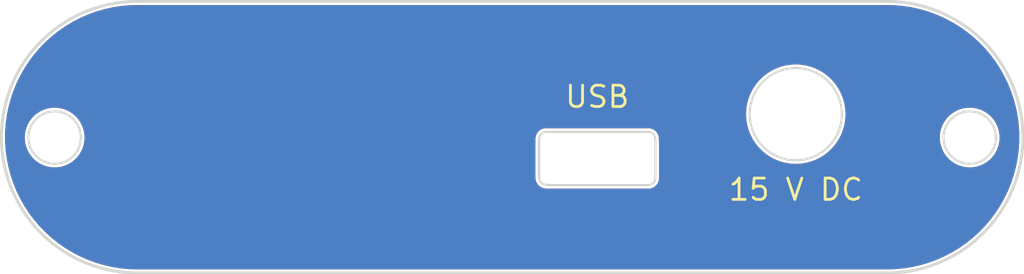
<source format=kicad_pcb>
(kicad_pcb (version 20211014) (generator pcbnew)

  (general
    (thickness 1.6)
  )

  (paper "A4")
  (layers
    (0 "F.Cu" signal)
    (31 "B.Cu" signal)
    (32 "B.Adhes" user "B.Adhesive")
    (33 "F.Adhes" user "F.Adhesive")
    (34 "B.Paste" user)
    (35 "F.Paste" user)
    (36 "B.SilkS" user "B.Silkscreen")
    (37 "F.SilkS" user "F.Silkscreen")
    (38 "B.Mask" user)
    (39 "F.Mask" user)
    (40 "Dwgs.User" user "User.Drawings")
    (41 "Cmts.User" user "User.Comments")
    (42 "Eco1.User" user "User.Eco1")
    (43 "Eco2.User" user "User.Eco2")
    (44 "Edge.Cuts" user)
    (45 "Margin" user)
    (46 "B.CrtYd" user "B.Courtyard")
    (47 "F.CrtYd" user "F.Courtyard")
    (48 "B.Fab" user)
    (49 "F.Fab" user)
  )

  (setup
    (pad_to_mask_clearance 0.0508)
    (solder_mask_min_width 0.25)
    (pcbplotparams
      (layerselection 0x003d0ff_ffffffff)
      (disableapertmacros false)
      (usegerberextensions true)
      (usegerberattributes false)
      (usegerberadvancedattributes false)
      (creategerberjobfile false)
      (svguseinch false)
      (svgprecision 6)
      (excludeedgelayer true)
      (plotframeref false)
      (viasonmask false)
      (mode 1)
      (useauxorigin false)
      (hpglpennumber 1)
      (hpglpenspeed 20)
      (hpglpendiameter 15.000000)
      (dxfpolygonmode true)
      (dxfimperialunits true)
      (dxfusepcbnewfont true)
      (psnegative false)
      (psa4output false)
      (plotreference true)
      (plotvalue true)
      (plotinvisibletext false)
      (sketchpadsonfab false)
      (subtractmaskfromsilk false)
      (outputformat 1)
      (mirror false)
      (drillshape 0)
      (scaleselection 1)
      (outputdirectory "gerber/")
    )
  )

  (net 0 "")

  (gr_arc (start 123.557 99.975) (mid 113.982 90.4) (end 123.557 80.825) (layer "Edge.Cuts") (width 0.2) (tstamp 00000000-0000-0000-0000-00005bbc2526))
  (gr_line (start 160.1 90.75) (end 160.1 93) (layer "Edge.Cuts") (width 0.15) (tstamp 00000000-0000-0000-0000-00005d1b7bf2))
  (gr_line (start 152.6 93.775) (end 159.6 93.775) (layer "Edge.Cuts") (width 0.15) (tstamp 00000000-0000-0000-0000-00005d1b7c10))
  (gr_arc (start 151.9 90.52) (mid 152.046447 90.166447) (end 152.4 90.02) (layer "Edge.Cuts") (width 0.15) (tstamp 00000000-0000-0000-0000-00005d1b811f))
  (gr_arc (start 152.4 93.76) (mid 152.046447 93.613553) (end 151.9 93.26) (layer "Edge.Cuts") (width 0.15) (tstamp 00000000-0000-0000-0000-00005d1b81a7))
  (gr_arc (start 160.1 93.275) (mid 159.953553 93.628553) (end 159.6 93.775) (layer "Edge.Cuts") (width 0.15) (tstamp 00000000-0000-0000-0000-00005d1b8210))
  (gr_line (start 151.9 93) (end 151.9 93.26) (layer "Edge.Cuts") (width 0.15) (tstamp 119deb29-00f9-411c-8f9f-4928572e676c))
  (gr_line (start 151.9 90.75) (end 151.9 90.52) (layer "Edge.Cuts") (width 0.15) (tstamp 125f5647-b269-4b77-8936-f72ad01b9b3c))
  (gr_arc (start 159.59 90.02) (mid 159.943553 90.166447) (end 160.09 90.52) (layer "Edge.Cuts") (width 0.15) (tstamp 3276a432-5498-4d51-b308-6e06abf95426))
  (gr_line (start 152.4 90.02) (end 152.6 90.025) (layer "Edge.Cuts") (width 0.15) (tstamp 37ea6988-1152-42f9-ba2a-fef566a5681d))
  (gr_line (start 160.09 90.52) (end 160.1 90.75) (layer "Edge.Cuts") (width 0.15) (tstamp 4e7c174c-9040-49ec-ac53-7d1436cee6db))
  (gr_line (start 176 99.975) (end 176.443 99.975) (layer "Edge.Cuts") (width 0.2) (tstamp 4fef1813-5c5a-47f6-b0b0-1a8118b32db4))
  (gr_circle (center 170 88.775) (end 173.25 88.775) (layer "Edge.Cuts") (width 0.15) (fill none) (tstamp 67cc4899-5d40-4242-8f09-bb9061b6606e))
  (gr_line (start 176 80.825) (end 124 80.825) (layer "Edge.Cuts") (width 0.2) (tstamp 694533d3-1494-4e2c-8859-6eff57d0c88b))
  (gr_line (start 124 99.975) (end 176 99.975) (layer "Edge.Cuts") (width 0.2) (tstamp 6e9468d8-1305-41f7-b461-59e392dba485))
  (gr_line (start 152.4 93.76) (end 152.6 93.775) (layer "Edge.Cuts") (width 0.15) (tstamp 8c127831-e446-4e76-9225-d8f0e778b0ea))
  (gr_line (start 159.4 90.025) (end 159.59 90.02) (layer "Edge.Cuts") (width 0.15) (tstamp 956d6d43-1b7f-4277-89e1-f7754ccc5268))
  (gr_line (start 176 80.825) (end 176.443 80.825) (layer "Edge.Cuts") (width 0.2) (tstamp a49aec75-b454-432a-8928-ba8a97250d96))
  (gr_line (start 123.557 99.975) (end 124 99.975) (layer "Edge.Cuts") (width 0.2) (tstamp af020dba-bad9-4857-805a-3b5993716bd8))
  (gr_circle (center 182.265 90.425) (end 184.115 90.425) (layer "Edge.Cuts") (width 0.15) (fill none) (tstamp b78ddcee-1128-428c-8887-2ebd47d075c6))
  (gr_line (start 160.1 93.275) (end 160.1 93) (layer "Edge.Cuts") (width 0.15) (tstamp cbb98733-9b9f-4e7f-8193-6266d19ad44e))
  (gr_arc (start 176.443 80.825) (mid 186.018 90.4) (end 176.443 99.975) (layer "Edge.Cuts") (width 0.2) (tstamp d5a12aca-5b17-4d90-bc01-19e2ff2461d0))
  (gr_line (start 152.6 90.025) (end 159.4 90.025) (layer "Edge.Cuts") (width 0.15) (tstamp d764c378-fd57-4fa8-a83a-e0db476d880a))
  (gr_line (start 151.9 90.75) (end 151.9 93) (layer "Edge.Cuts") (width 0.15) (tstamp df54ba5e-8e07-47c4-a4f9-90e8cd20c9d5))
  (gr_circle (center 117.735 90.425) (end 119.585 90.425) (layer "Edge.Cuts") (width 0.15) (fill none) (tstamp e3fa6b1c-e05d-4632-9e86-290aea20acca))
  (gr_line (start 123.557 80.825) (end 124 80.825) (layer "Edge.Cuts") (width 0.2) (tstamp fe52936c-3c44-49fa-b336-f1692e408dc5))
  (gr_text "15 V DC" (at 170 94.1) (layer "F.SilkS") (tstamp 00000000-0000-0000-0000-00005bc01188)
    (effects (font (size 1.5 1.5) (thickness 0.2)))
  )
  (gr_text "USB" (at 156 87.55) (layer "F.SilkS") (tstamp 9d6cabfb-34af-4ee8-bce9-4ca1439a34c4)
    (effects (font (size 1.5 1.5) (thickness 0.2)))
  )
  (gr_text "CUT\nOUT" (at 182.2 90.4) (layer "F.Fab") (tstamp 00000000-0000-0000-0000-00005bc8f8b7)
    (effects (font (size 0.7 0.7) (thickness 0.15)))
  )
  (gr_text "CUT\nOUT" (at 117.7 90.5) (layer "F.Fab") (tstamp 72278065-7a3d-492b-99f4-a5400e7255bb)
    (effects (font (size 0.7 0.7) (thickness 0.15)))
  )
  (gr_text "CUT\nOUT" (at 170 88.775) (layer "F.Fab") (tstamp 9d870bda-05b6-4f3f-8e00-6f2d3158d863)
    (effects (font (size 1.5 1.5) (thickness 0.2)))
  )
  (gr_text "CUT OUT" (at 156 91.9) (layer "F.Fab") (tstamp a6b8064c-9361-43bb-8060-f0da57add63d)
    (effects (font (size 1 1) (thickness 0.15)))
  )

  (zone (net 0) (net_name "") (layer "F.Cu") (tstamp 00000000-0000-0000-0000-00005bc76493) (hatch edge 0.508)
    (connect_pads (clearance 0.254))
    (min_thickness 0.254) (filled_areas_thickness no)
    (fill yes (thermal_gap 0.508) (thermal_bridge_width 0.508))
    (polygon
      (pts
        (xy 123.795911 80.800372)
        (xy 123.6 80.8)
        (xy 123.8 80.8)
      )
    )
  )
  (zone (net 0) (net_name "") (layer "F.Cu") (tstamp 4ed63015-318f-4991-984f-5166a2885141) (hatch edge 0.508)
    (connect_pads (clearance 0.254))
    (min_thickness 0.254) (filled_areas_thickness no)
    (fill yes (thermal_gap 0.508) (thermal_bridge_width 0.508))
    (polygon
      (pts
        (xy 123.4 80.9)
        (xy 176.9 80.8)
        (xy 180 81.5)
        (xy 181.6 82.3)
        (xy 183 83.3)
        (xy 184.2 84.7)
        (xy 185.4 86.6)
        (xy 186 89.8)
        (xy 185.5 93.7)
        (xy 184.2 96.2)
        (xy 182.2 98.2)
        (xy 179.5 99.7)
        (xy 177.7 100)
        (xy 123.2 100)
        (xy 120.6 99.7)
        (xy 118.6 98.8)
        (xy 116.3 96.7)
        (xy 115.1 95.1)
        (xy 114.4 93)
        (xy 114 91.1)
        (xy 114 89.4)
        (xy 114.5 87.4)
        (xy 115.7 85.2)
        (xy 116.7 83.8)
        (xy 118.1 82.8)
        (xy 120 81.6)
        (xy 122.1 80.9)
        (xy 123.4 81)
      )
    )
    (polygon
      (pts
        (xy 116.1 89.6)
        (xy 117.3 88.7)
        (xy 118.1 88.6)
        (xy 119.3 89.3)
        (xy 119.5 89.7)
        (xy 119.6 90.4)
        (xy 119.5 91.2)
        (xy 119.1 91.9)
        (xy 118.8 92.1)
        (xy 118.1 92.3)
        (xy 117.3 92.2)
        (xy 116.6 92)
        (xy 116.2 91.4)
        (xy 116 91)
        (xy 115.9 90.5)
        (xy 116 90.3)
      )
    )
    (polygon
      (pts
        (xy 180.5 90.3)
        (xy 180.7 89.5)
        (xy 181.6 88.8)
        (xy 181.9 88.7)
        (xy 182.9 88.6)
        (xy 183.6 89.2)
        (xy 184 89.8)
        (xy 184.2 90.4)
        (xy 183.9 91.2)
        (xy 183.2 92.2)
        (xy 182.7 92.4)
        (xy 181.8 92.4)
        (xy 181.2 92.1)
        (xy 180.7 91.5)
        (xy 180.4 90.5)
      )
    )
    (polygon
      (pts
        (xy 168.7 85.9)
        (xy 170.2 85.7)
        (xy 172.3 86.3)
        (xy 172.9 87.2)
        (xy 173.2 88.2)
        (xy 173.2 89.4)
        (xy 172.8 90.8)
        (xy 172.2 91.3)
        (xy 171.5 91.7)
        (xy 170.9 92)
        (xy 169.7 92.1)
        (xy 168.7 91.9)
        (xy 167.8 91.3)
        (xy 167.1 90.3)
        (xy 166.9 89.4)
        (xy 166.8 88.7)
        (xy 166.8 87.8)
        (xy 167.2 87.3)
        (xy 167.8 86.4)
      )
    )
    (polygon
      (pts
        (xy 152.4 90.1)
        (xy 160 90.2)
        (xy 160.1 90.9)
        (xy 160.1 93.5)
        (xy 159.8 93.7)
        (xy 159.6 93.8)
        (xy 152.6 93.8)
        (xy 152.1 93.7)
        (xy 151.9 93.5)
        (xy 151.9 90.8)
        (xy 152 90.2)
        (xy 152.3 90)
      )
    )
    (filled_polygon
      (layer "F.Cu")
      (island)
      (pts
        (xy 176.430103 81.081921)
        (xy 176.443 81.084486)
        (xy 176.45517 81.082065)
        (xy 176.461916 81.082065)
        (xy 176.479032 81.080655)
        (xy 177.036128 81.098521)
        (xy 177.044173 81.099037)
        (xy 177.630861 81.155633)
        (xy 177.638867 81.156666)
        (xy 178.220714 81.250734)
        (xy 178.228626 81.252275)
        (xy 178.411552 81.294027)
        (xy 178.803251 81.38343)
        (xy 178.811064 81.385479)
        (xy 179.376093 81.553177)
        (xy 179.383758 81.555722)
        (xy 179.936882 81.759276)
        (xy 179.944369 81.762307)
        (xy 180.483313 82.000882)
        (xy 180.49059 82.004386)
        (xy 181.013154 82.277007)
        (xy 181.020192 82.280971)
        (xy 181.524201 82.586505)
        (xy 181.53097 82.590911)
        (xy 182.014376 82.928113)
        (xy 182.020849 82.932944)
        (xy 182.481658 83.300427)
        (xy 182.487808 83.305663)
        (xy 182.924118 83.701909)
        (xy 182.92992 83.707528)
        (xy 183.33995 84.130917)
        (xy 183.34538 84.136896)
        (xy 183.727441 84.585687)
        (xy 183.732477 84.592002)
        (xy 184.085001 85.064352)
        (xy 184.089617 85.070969)
        (xy 184.328169 85.437449)
        (xy 184.411154 85.564936)
        (xy 184.415341 85.571843)
        (xy 184.704565 86.08539)
        (xy 184.708301 86.092549)
        (xy 184.964039 86.623595)
        (xy 184.967287 86.630932)
        (xy 185.126134 87.023287)
        (xy 185.188482 87.177287)
        (xy 185.191267 87.184857)
        (xy 185.246338 87.35072)
        (xy 185.376991 87.744228)
        (xy 185.379289 87.751971)
        (xy 185.528793 88.322092)
        (xy 185.530588 88.329959)
        (xy 185.601262 88.692853)
        (xy 185.643253 88.90847)
        (xy 185.644543 88.916444)
        (xy 185.719915 89.501018)
        (xy 185.72069 89.509057)
        (xy 185.758452 90.097229)
        (xy 185.758711 90.105302)
        (xy 185.758711 90.694698)
        (xy 185.758452 90.702771)
        (xy 185.72069 91.290943)
        (xy 185.719915 91.298982)
        (xy 185.644543 91.883556)
        (xy 185.643253 91.89153)
        (xy 185.625846 91.980913)
        (xy 185.543579 92.403339)
        (xy 185.53059 92.470033)
        (xy 185.528795 92.477901)
        (xy 185.527296 92.483616)
        (xy 185.379289 93.048029)
        (xy 185.376991 93.055772)
        (xy 185.313464 93.247106)
        (xy 185.212853 93.550132)
        (xy 185.191271 93.615133)
        (xy 185.188485 93.622704)
        (xy 184.967287 94.169068)
        (xy 184.964039 94.176405)
        (xy 184.708301 94.70745)
        (xy 184.704565 94.71461)
        (xy 184.415341 95.228157)
        (xy 184.411155 95.235063)
        (xy 184.128361 95.66951)
        (xy 184.089622 95.729023)
        (xy 184.085001 95.735648)
        (xy 183.732477 96.207998)
        (xy 183.727441 96.214313)
        (xy 183.34538 96.663104)
        (xy 183.33995 96.669083)
        (xy 182.92992 97.092472)
        (xy 182.924118 97.098091)
        (xy 182.487808 97.494337)
        (xy 182.481658 97.499573)
        (xy 182.020849 97.867056)
        (xy 182.014376 97.871887)
        (xy 181.53097 98.209089)
        (xy 181.524201 98.213495)
        (xy 181.020192 98.519029)
        (xy 181.013154 98.522993)
        (xy 180.49059 98.795614)
        (xy 180.483313 98.799118)
        (xy 179.944369 99.037693)
        (xy 179.936882 99.040724)
        (xy 179.383758 99.244278)
        (xy 179.376093 99.246823)
        (xy 178.811064 99.414521)
        (xy 178.803251 99.41657)
        (xy 178.411552 99.505973)
        (xy 178.228626 99.547725)
        (xy 178.220714 99.549266)
        (xy 177.638869 99.643334)
        (xy 177.630861 99.644367)
        (xy 177.044173 99.700963)
        (xy 177.036128 99.701479)
        (xy 176.479032 99.719345)
        (xy 176.461916 99.717935)
        (xy 176.45517 99.717935)
        (xy 176.443 99.715514)
        (xy 176.430103 99.718079)
        (xy 176.405524 99.7205)
        (xy 123.594476 99.7205)
        (xy 123.569897 99.718079)
        (xy 123.557 99.715514)
        (xy 123.54483 99.717935)
        (xy 123.538084 99.717935)
        (xy 123.520968 99.719345)
        (xy 122.963872 99.701479)
        (xy 122.955827 99.700963)
        (xy 122.369139 99.644367)
        (xy 122.361131 99.643334)
        (xy 121.779286 99.549266)
        (xy 121.771374 99.547725)
        (xy 121.588448 99.505973)
        (xy 121.196749 99.41657)
        (xy 121.188936 99.414521)
        (xy 120.623907 99.246823)
        (xy 120.616242 99.244278)
        (xy 120.063118 99.040724)
        (xy 120.055631 99.037693)
        (xy 119.516687 98.799118)
        (xy 119.50941 98.795614)
        (xy 118.986846 98.522993)
        (xy 118.979808 98.519029)
        (xy 118.475799 98.213495)
        (xy 118.46903 98.209089)
        (xy 117.985624 97.871887)
        (xy 117.979151 97.867056)
        (xy 117.518342 97.499573)
        (xy 117.512192 97.494337)
        (xy 117.075882 97.098091)
        (xy 117.07008 97.092472)
        (xy 116.66005 96.669083)
        (xy 116.65462 96.663104)
        (xy 116.272559 96.214313)
        (xy 116.267523 96.207998)
        (xy 115.914999 95.735648)
        (xy 115.910378 95.729023)
        (xy 115.87164 95.66951)
        (xy 115.588845 95.235063)
        (xy 115.584659 95.228157)
        (xy 115.295435 94.71461)
        (xy 115.291699 94.70745)
        (xy 115.035961 94.176405)
        (xy 115.032713 94.169068)
        (xy 114.811515 93.622704)
        (xy 114.808729 93.615133)
        (xy 114.787148 93.550132)
        (xy 114.690817 93.26)
        (xy 151.640514 93.26)
        (xy 151.642934 93.272169)
        (xy 151.642934 93.273856)
        (xy 151.643765 93.279453)
        (xy 151.656417 93.407908)
        (xy 151.658214 93.413832)
        (xy 151.686589 93.507371)
        (xy 151.69956 93.550132)
        (xy 151.702477 93.55559)
        (xy 151.702479 93.555594)
        (xy 151.736357 93.618975)
        (xy 151.76962 93.681206)
        (xy 151.863906 93.796094)
        (xy 151.978794 93.89038)
        (xy 151.984257 93.8933)
        (xy 152.104406 93.957521)
        (xy 152.10441 93.957523)
        (xy 152.109868 93.96044)
        (xy 152.115788 93.962236)
        (xy 152.115791 93.962237)
        (xy 152.246168 94.001786)
        (xy 152.252092 94.003583)
        (xy 152.380547 94.016235)
        (xy 152.386144 94.017066)
        (xy 152.387831 94.017066)
        (xy 152.4 94.019486)
        (xy 152.41217 94.017065)
        (xy 152.419957 94.017065)
        (xy 152.42938 94.017418)
        (xy 152.557888 94.027056)
        (xy 152.562695 94.027712)
        (xy 152.562698 94.027685)
        (xy 152.568863 94.028292)
        (xy 152.574933 94.0295)
        (xy 152.585753 94.0295)
        (xy 152.595177 94.029853)
        (xy 152.599786 94.030199)
        (xy 152.599789 94.030199)
        (xy 152.605963 94.030662)
        (xy 152.612111 94.029911)
        (xy 152.618296 94.029767)
        (xy 152.618297 94.029795)
        (xy 152.623142 94.0295)
        (xy 159.562524 94.0295)
        (xy 159.587103 94.031921)
        (xy 159.6 94.034486)
        (xy 159.612169 94.032066)
        (xy 159.613856 94.032066)
        (xy 159.619453 94.031235)
        (xy 159.747908 94.018583)
        (xy 159.803281 94.001786)
        (xy 159.884209 93.977237)
        (xy 159.884212 93.977236)
        (xy 159.890132 93.97544)
        (xy 159.89559 93.972523)
        (xy 159.895594 93.972521)
        (xy 160.015743 93.9083)
        (xy 160.021206 93.90538)
        (xy 160.136094 93.811094)
        (xy 160.23038 93.696206)
        (xy 160.30044 93.565132)
        (xy 160.303334 93.555594)
        (xy 160.341786 93.428832)
        (xy 160.343583 93.422908)
        (xy 160.356235 93.294453)
        (xy 160.357066 93.288856)
        (xy 160.357066 93.287169)
        (xy 160.359486 93.275)
        (xy 160.356921 93.262103)
        (xy 160.3545 93.237524)
        (xy 160.3545 90.771842)
        (xy 160.354578 90.768989)
        (xy 160.355349 90.763988)
        (xy 160.354619 90.747199)
        (xy 160.3545 90.741726)
        (xy 160.3545 90.724933)
        (xy 160.353513 90.719972)
        (xy 160.353312 90.717139)
        (xy 160.349371 90.626501)
        (xy 160.346251 90.55474)
        (xy 160.347065 90.544121)
        (xy 160.347065 90.532171)
        (xy 160.349486 90.52)
        (xy 160.347066 90.507831)
        (xy 160.347066 90.506144)
        (xy 160.346235 90.500544)
        (xy 160.343389 90.471644)
        (xy 160.333583 90.372092)
        (xy 160.305496 90.2795)
        (xy 160.292237 90.235791)
        (xy 160.292236 90.235788)
        (xy 160.29044 90.229868)
        (xy 160.27574 90.202365)
        (xy 160.2233 90.104257)
        (xy 160.22038 90.098794)
        (xy 160.216449 90.094004)
        (xy 160.130021 89.988691)
        (xy 160.126094 89.983906)
        (xy 160.011206 89.88962)
        (xy 160.002572 89.885005)
        (xy 159.885594 89.822479)
        (xy 159.88559 89.822477)
        (xy 159.880132 89.81956)
        (xy 159.874212 89.817764)
        (xy 159.874209 89.817763)
        (xy 159.743832 89.778214)
        (xy 159.737908 89.776417)
        (xy 159.609453 89.763765)
        (xy 159.603856 89.762934)
        (xy 159.602169 89.762934)
        (xy 159.59 89.760514)
        (xy 159.573656 89.763765)
        (xy 159.572153 89.764064)
        (xy 159.550888 89.766441)
        (xy 159.406398 89.770244)
        (xy 159.398341 89.770456)
        (xy 159.395027 89.7705)
        (xy 152.604768 89.7705)
        (xy 152.601619 89.770461)
        (xy 152.439031 89.766396)
        (xy 152.417602 89.764015)
        (xy 152.413292 89.763158)
        (xy 152.4 89.760514)
        (xy 152.387831 89.762934)
        (xy 152.386144 89.762934)
        (xy 152.380547 89.763765)
        (xy 152.252092 89.776417)
        (xy 152.246168 89.778214)
        (xy 152.115791 89.817763)
        (xy 152.115788 89.817764)
        (xy 152.109868 89.81956)
        (xy 152.10441 89.822477)
        (xy 152.104406 89.822479)
        (xy 151.987428 89.885005)
        (xy 151.978794 89.88962)
        (xy 151.863906 89.983906)
        (xy 151.859979 89.988691)
        (xy 151.773551 90.094004)
        (xy 151.76962 90.098794)
        (xy 151.7667 90.104257)
        (xy 151.714261 90.202365)
        (xy 151.69956 90.229868)
        (xy 151.697764 90.235788)
        (xy 151.697763 90.235791)
        (xy 151.684504 90.2795)
        (xy 151.656417 90.372092)
        (xy 151.646612 90.471644)
        (xy 151.643765 90.500544)
        (xy 151.642934 90.506144)
        (xy 151.642934 90.507831)
        (xy 151.640514 90.52)
        (xy 151.642985 90.532423)
        (xy 151.643079 90.532894)
        (xy 151.6455 90.557476)
        (xy 151.6455 93.222524)
        (xy 151.643079 93.247103)
        (xy 151.640514 93.26)
        (xy 114.690817 93.26)
        (xy 114.686536 93.247106)
        (xy 114.623009 93.055772)
        (xy 114.620711 93.048029)
        (xy 114.472704 92.483616)
        (xy 114.471205 92.477901)
        (xy 114.46941 92.470033)
        (xy 114.456422 92.403339)
        (xy 114.374154 91.980913)
        (xy 114.356747 91.89153)
        (xy 114.355457 91.883556)
        (xy 114.280085 91.298982)
        (xy 114.27931 91.290943)
        (xy 114.241548 90.702771)
        (xy 114.241289 90.694698)
        (xy 114.241289 90.402911)
        (xy 115.625698 90.402911)
        (xy 115.626972 90.425)
        (xy 115.642215 90.68938)
        (xy 115.64304 90.693587)
        (xy 115.643041 90.693592)
        (xy 115.668933 90.825561)
        (xy 115.697459 90.970958)
        (xy 115.698846 90.975009)
        (xy 115.750381 91.12553)
        (xy 115.790405 91.242432)
        (xy 115.919335 91.498781)
        (xy 115.921761 91.50231)
        (xy 115.921764 91.502316)
        (xy 115.991567 91.603879)
        (xy 116.081863 91.73526)
        (xy 116.098997 91.75409)
        (xy 116.270356 91.942411)
        (xy 116.274981 91.947494)
        (xy 116.278269 91.950243)
        (xy 116.491823 92.128803)
        (xy 116.491828 92.128807)
        (xy 116.495115 92.131555)
        (xy 116.55165 92.167019)
        (xy 116.734553 92.281754)
        (xy 116.734557 92.281756)
        (xy 116.738193 92.284037)
        (xy 116.742103 92.285802)
        (xy 116.742104 92.285803)
        (xy 116.995804 92.400353)
        (xy 116.995808 92.400355)
        (xy 116.999716 92.402119)
        (xy 117.003835 92.403339)
        (xy 117.270732 92.482398)
        (xy 117.270737 92.482399)
        (xy 117.274845 92.483616)
        (xy 117.279082 92.484264)
        (xy 117.279085 92.484265)
        (xy 117.517384 92.52073)
        (xy 117.558488 92.52702)
        (xy 117.704583 92.529315)
        (xy 117.841107 92.53146)
        (xy 117.841113 92.53146)
        (xy 117.845398 92.531527)
        (xy 118.130266 92.497054)
        (xy 118.407819 92.42424)
        (xy 118.411779 92.4226)
        (xy 118.411784 92.422598)
        (xy 118.554494 92.363485)
        (xy 118.672921 92.314431)
        (xy 118.724935 92.284037)
        (xy 118.916971 92.17182)
        (xy 118.916972 92.17182)
        (xy 118.920669 92.169659)
        (xy 119.146476 91.992603)
        (xy 119.157805 91.980913)
        (xy 119.343182 91.789618)
        (xy 119.346165 91.78654)
        (xy 119.516041 91.555283)
        (xy 119.652959 91.30311)
        (xy 119.754387 91.034689)
        (xy 119.818448 90.754986)
        (xy 119.843955 90.469176)
        (xy 119.844418 90.425)
        (xy 119.834454 90.278841)
        (xy 119.825193 90.142996)
        (xy 119.825192 90.14299)
        (xy 119.824901 90.138719)
        (xy 119.821257 90.12112)
        (xy 119.767583 89.861942)
        (xy 119.766712 89.857736)
        (xy 119.760674 89.840683)
        (xy 119.672359 89.59129)
        (xy 119.670928 89.587249)
        (xy 119.539321 89.332265)
        (xy 119.374326 89.0975)
        (xy 119.361675 89.083886)
        (xy 119.181917 88.890443)
        (xy 119.181914 88.89044)
        (xy 119.178996 88.8873)
        (xy 119.041792 88.775)
        (xy 166.490691 88.775)
        (xy 166.509915 89.141823)
        (xy 166.510428 89.145063)
        (xy 166.510429 89.145071)
        (xy 166.534463 89.296811)
        (xy 166.567378 89.504626)
        (xy 166.662449 89.859436)
        (xy 166.663634 89.862524)
        (xy 166.663635 89.862526)
        (xy 166.708721 89.979979)
        (xy 166.794087 90.202365)
        (xy 166.795585 90.205305)
        (xy 166.949156 90.506705)
        (xy 166.960849 90.529654)
        (xy 166.962645 90.53242)
        (xy 166.962647 90.532423)
        (xy 167.054972 90.674591)
        (xy 167.160909 90.83772)
        (xy 167.392075 91.123186)
        (xy 167.651814 91.382925)
        (xy 167.93728 91.614091)
        (xy 168.245345 91.814151)
        (xy 168.572635 91.980913)
        (xy 168.915564 92.112551)
        (xy 169.270374 92.207622)
        (xy 169.463016 92.238134)
        (xy 169.629929 92.264571)
        (xy 169.629937 92.264572)
        (xy 169.633177 92.265085)
        (xy 170 92.284309)
        (xy 170.366823 92.265085)
        (xy 170.370063 92.264572)
        (xy 170.370071 92.264571)
        (xy 170.536984 92.238134)
        (xy 170.729626 92.207622)
        (xy 171.084436 92.112551)
        (xy 171.427365 91.980913)
        (xy 171.754655 91.814151)
        (xy 172.06272 91.614091)
        (xy 172.348186 91.382925)
        (xy 172.607925 91.123186)
        (xy 172.839091 90.83772)
        (xy 172.945028 90.674591)
        (xy 173.037353 90.532423)
        (xy 173.037355 90.53242)
        (xy 173.039151 90.529654)
        (xy 173.050845 90.506705)
        (xy 173.10373 90.402911)
        (xy 180.155698 90.402911)
        (xy 180.156972 90.425)
        (xy 180.172215 90.68938)
        (xy 180.17304 90.693587)
        (xy 180.173041 90.693592)
        (xy 180.198933 90.825561)
        (xy 180.227459 90.970958)
        (xy 180.228846 90.975009)
        (xy 180.280381 91.12553)
        (xy 180.320405 91.242432)
        (xy 180.449335 91.498781)
        (xy 180.451761 91.50231)
        (xy 180.451764 91.502316)
        (xy 180.521567 91.603879)
        (xy 180.611863 91.73526)
        (xy 180.628997 91.75409)
        (xy 180.800356 91.942411)
        (xy 180.804981 91.947494)
        (xy 180.808269 91.950243)
        (xy 181.021823 92.128803)
        (xy 181.021828 92.128807)
        (xy 181.025115 92.131555)
        (xy 181.08165 92.167019)
        (xy 181.264553 92.281754)
        (xy 181.264557 92.281756)
        (xy 181.268193 92.284037)
        (xy 181.272103 92.285802)
        (xy 181.272104 92.285803)
        (xy 181.525804 92.400353)
        (xy 181.525808 92.400355)
        (xy 181.529716 92.402119)
        (xy 181.533835 92.403339)
        (xy 181.800732 92.482398)
        (xy 181.800737 92.482399)
        (xy 181.804845 92.483616)
        (xy 181.809082 92.484264)
        (xy 181.809085 92.484265)
        (xy 182.047384 92.52073)
        (xy 182.088488 92.52702)
        (xy 182.234583 92.529315)
        (xy 182.371107 92.53146)
        (xy 182.371113 92.53146)
        (xy 182.375398 92.531527)
        (xy 182.660266 92.497054)
        (xy 182.937819 92.42424)
        (xy 182.941779 92.4226)
        (xy 182.941784 92.422598)
        (xy 183.084494 92.363485)
        (xy 183.202921 92.314431)
        (xy 183.254935 92.284037)
        (xy 183.446971 92.17182)
        (xy 183.446972 92.17182)
        (xy 183.450669 92.169659)
        (xy 183.676476 91.992603)
        (xy 183.687805 91.980913)
        (xy 183.873182 91.789618)
        (xy 183.876165 91.78654)
        (xy 184.046041 91.555283)
        (xy 184.182959 91.30311)
        (xy 184.284387 91.034689)
        (xy 184.348448 90.754986)
        (xy 184.373955 90.469176)
        (xy 184.374418 90.425)
        (xy 184.364454 90.278841)
        (xy 184.355193 90.142996)
        (xy 184.355192 90.14299)
        (xy 184.354901 90.138719)
        (xy 184.351257 90.12112)
        (xy 184.297583 89.861942)
        (xy 184.296712 89.857736)
        (xy 184.290674 89.840683)
        (xy 184.202359 89.59129)
        (xy 184.200928 89.587249)
        (xy 184.069321 89.332265)
        (xy 183.904326 89.0975)
        (xy 183.891675 89.083886)
        (xy 183.711917 88.890443)
        (xy 183.711914 88.89044)
        (xy 183.708996 88.8873)
        (xy 183.486946 88.705555)
        (xy 183.242285 88.555626)
        (xy 182.97954 88.440289)
        (xy 182.94968 88.431783)
        (xy 182.878359 88.411467)
        (xy 182.703573 88.361678)
        (xy 182.699331 88.361074)
        (xy 182.699325 88.361073)
        (xy 182.423741 88.321852)
        (xy 182.41949 88.321247)
        (xy 182.415201 88.321225)
        (xy 182.415194 88.321224)
        (xy 182.136835 88.319766)
        (xy 182.136828 88.319766)
        (xy 182.132549 88.319744)
        (xy 182.128305 88.320303)
        (xy 182.128301 88.320303)
        (xy 182.003095 88.336787)
        (xy 181.848058 88.357198)
        (xy 181.843918 88.358331)
        (xy 181.843916 88.358331)
        (xy 181.827379 88.362855)
        (xy 181.571283 88.432915)
        (xy 181.567335 88.434599)
        (xy 181.311296 88.543809)
        (xy 181.311292 88.543811)
        (xy 181.307344 88.545495)
        (xy 181.287743 88.557226)
        (xy 181.064809 88.690649)
        (xy 181.064805 88.690652)
        (xy 181.061127 88.692853)
        (xy 181.057784 88.695531)
        (xy 181.05778 88.695534)
        (xy 181.048067 88.703316)
        (xy 180.837186 88.872264)
        (xy 180.834242 88.875366)
        (xy 180.834238 88.87537)
        (xy 180.69162 89.025657)
        (xy 180.639665 89.080406)
        (xy 180.472221 89.31343)
        (xy 180.337951 89.567022)
        (xy 180.336476 89.571053)
        (xy 180.265862 89.764015)
        (xy 180.239339 89.836491)
        (xy 180.178211 90.11685)
        (xy 180.177875 90.12112)
        (xy 180.15784 90.375699)
        (xy 180.155698 90.402911)
        (xy 173.10373 90.402911)
        (xy 173.204415 90.205305)
        (xy 173.205913 90.202365)
        (xy 173.291279 89.979979)
        (xy 173.336365 89.862526)
        (xy 173.336366 89.862524)
        (xy 173.337551 89.859436)
        (xy 173.432622 89.504626)
        (xy 173.465537 89.296811)
        (xy 173.489571 89.145071)
        (xy 173.489572 89.145063)
        (xy 173.490085 89.141823)
        (xy 173.509309 88.775)
        (xy 173.490085 88.408177)
        (xy 173.482721 88.361678)
        (xy 173.463134 88.238016)
        (xy 173.432622 88.045374)
        (xy 173.337551 87.690564)
        (xy 173.205913 87.347635)
        (xy 173.121021 87.181025)
        (xy 173.04065 87.023287)
        (xy 173.040646 87.02328)
        (xy 173.039151 87.020346)
        (xy 172.839091 86.71228)
        (xy 172.607925 86.426814)
        (xy 172.348186 86.167075)
        (xy 172.06272 85.935909)
        (xy 171.754655 85.735849)
        (xy 171.427365 85.569087)
        (xy 171.084436 85.437449)
        (xy 170.729626 85.342378)
        (xy 170.536984 85.311866)
        (xy 170.370071 85.285429)
        (xy 170.370063 85.285428)
        (xy 170.366823 85.284915)
        (xy 170 85.265691)
        (xy 169.633177 85.284915)
        (xy 169.629937 85.285428)
        (xy 169.629929 85.285429)
        (xy 169.463016 85.311866)
        (xy 169.270374 85.342378)
        (xy 168.915564 85.437449)
        (xy 168.572635 85.569087)
        (xy 168.569695 85.570585)
        (xy 168.248287 85.73435)
        (xy 168.248284 85.734352)
        (xy 168.245346 85.735849)
        (xy 168.24258 85.737645)
        (xy 168.242577 85.737647)
        (xy 168.121339 85.81638)
        (xy 167.93728 85.935909)
        (xy 167.651814 86.167075)
        (xy 167.392075 86.426814)
        (xy 167.160909 86.71228)
        (xy 166.960849 87.020346)
        (xy 166.959354 87.02328)
        (xy 166.95935 87.023287)
        (xy 166.878979 87.181025)
        (xy 166.794087 87.347635)
        (xy 166.662449 87.690564)
        (xy 166.567378 88.045374)
        (xy 166.536866 88.238016)
        (xy 166.51728 88.361678)
        (xy 166.509915 88.408177)
        (xy 166.495622 88.680909)
        (xy 166.490691 88.775)
        (xy 119.041792 88.775)
        (xy 118.956946 88.705555)
        (xy 118.712285 88.555626)
        (xy 118.44954 88.440289)
        (xy 118.41968 88.431783)
        (xy 118.348359 88.411467)
        (xy 118.173573 88.361678)
        (xy 118.169331 88.361074)
        (xy 118.169325 88.361073)
        (xy 117.893741 88.321852)
        (xy 117.88949 88.321247)
        (xy 117.885201 88.321225)
        (xy 117.885194 88.321224)
        (xy 117.606835 88.319766)
        (xy 117.606828 88.319766)
        (xy 117.602549 88.319744)
        (xy 117.598305 88.320303)
        (xy 117.598301 88.320303)
        (xy 117.473095 88.336787)
        (xy 117.318058 88.357198)
        (xy 117.313918 88.358331)
        (xy 117.313916 88.358331)
        (xy 117.297379 88.362855)
        (xy 117.041283 88.432915)
        (xy 117.037335 88.434599)
        (xy 116.781296 88.543809)
        (xy 116.781292 88.543811)
        (xy 116.777344 88.545495)
        (xy 116.757743 88.557226)
        (xy 116.534809 88.690649)
        (xy 116.534805 88.690652)
        (xy 116.531127 88.692853)
        (xy 116.527784 88.695531)
        (xy 116.52778 88.695534)
        (xy 116.518067 88.703316)
        (xy 116.307186 88.872264)
        (xy 116.304242 88.875366)
        (xy 116.304238 88.87537)
        (xy 116.16162 89.025657)
        (xy 116.109665 89.080406)
        (xy 115.942221 89.31343)
        (xy 115.807951 89.567022)
        (xy 115.806476 89.571053)
        (xy 115.735862 89.764015)
        (xy 115.709339 89.836491)
        (xy 115.648211 90.11685)
        (xy 115.647875 90.12112)
        (xy 115.62784 90.375699)
        (xy 115.625698 90.402911)
        (xy 114.241289 90.402911)
        (xy 114.241289 90.105302)
        (xy 114.241548 90.097229)
        (xy 114.27931 89.509057)
        (xy 114.280085 89.501018)
        (xy 114.355457 88.916444)
        (xy 114.356747 88.90847)
        (xy 114.398738 88.692853)
        (xy 114.469412 88.329959)
        (xy 114.471207 88.322092)
        (xy 114.620711 87.751971)
        (xy 114.623009 87.744228)
        (xy 114.753662 87.35072)
        (xy 114.808733 87.184857)
        (xy 114.811518 87.177287)
        (xy 114.873866 87.023287)
        (xy 115.032713 86.630932)
        (xy 115.035961 86.623595)
        (xy 115.291699 86.092549)
        (xy 115.295435 86.08539)
        (xy 115.584659 85.571843)
        (xy 115.588846 85.564936)
        (xy 115.671831 85.437449)
        (xy 115.910383 85.070969)
        (xy 115.914999 85.064352)
        (xy 116.267523 84.592002)
        (xy 116.272559 84.585687)
        (xy 116.65462 84.136896)
        (xy 116.66005 84.130917)
        (xy 117.07008 83.707528)
        (xy 117.075882 83.701909)
        (xy 117.512192 83.305663)
        (xy 117.518342 83.300427)
        (xy 117.979151 82.932944)
        (xy 117.985624 82.928113)
        (xy 118.46903 82.590911)
        (xy 118.475799 82.586505)
        (xy 118.979808 82.280971)
        (xy 118.986846 82.277007)
        (xy 119.50941 82.004386)
        (xy 119.516687 82.000882)
        (xy 120.055631 81.762307)
        (xy 120.063118 81.759276)
        (xy 120.616242 81.555722)
        (xy 120.623907 81.553177)
        (xy 121.188936 81.385479)
        (xy 121.196749 81.38343)
        (xy 121.588448 81.294027)
        (xy 121.771374 81.252275)
        (xy 121.779286 81.250734)
        (xy 122.361133 81.156666)
        (xy 122.369139 81.155633)
        (xy 122.955827 81.099037)
        (xy 122.963872 81.098521)
        (xy 123.520968 81.080655)
        (xy 123.538084 81.082065)
        (xy 123.54483 81.082065)
        (xy 123.557 81.084486)
        (xy 123.569897 81.081921)
        (xy 123.594476 81.0795)
        (xy 176.405524 81.0795)
      )
    )
  )
  (zone (net 0) (net_name "") (layer "B.Cu") (tstamp 00000000-0000-0000-0000-00005d1b84e3) (hatch edge 0.508)
    (connect_pads (clearance 0.254))
    (min_thickness 0.254) (filled_areas_thickness no)
    (fill yes (thermal_gap 0.508) (thermal_bridge_width 0.508))
    (polygon
      (pts
        (xy 123.4 80.9)
        (xy 176.9 80.8)
        (xy 180 81.5)
        (xy 181.6 82.3)
        (xy 183 83.3)
        (xy 184.2 84.7)
        (xy 185.4 86.6)
        (xy 186 89.8)
        (xy 185.5 93.7)
        (xy 184.2 96.2)
        (xy 182.2 98.2)
        (xy 179.5 99.7)
        (xy 177.7 100)
        (xy 123.2 100)
        (xy 120.6 99.7)
        (xy 118.6 98.8)
        (xy 116.3 96.7)
        (xy 115.1 95.1)
        (xy 114.4 93)
        (xy 114 91.1)
        (xy 114 89.4)
        (xy 114.5 87.4)
        (xy 115.7 85.2)
        (xy 116.7 83.8)
        (xy 118.1 82.8)
        (xy 120 81.6)
        (xy 122.1 80.9)
        (xy 123.4 81)
      )
    )
    (polygon
      (pts
        (xy 116.1 89.6)
        (xy 117.3 88.7)
        (xy 118.1 88.6)
        (xy 119.3 89.3)
        (xy 119.5 89.7)
        (xy 119.6 90.4)
        (xy 119.5 91.2)
        (xy 119.1 91.9)
        (xy 118.8 92.1)
        (xy 118.1 92.3)
        (xy 117.3 92.2)
        (xy 116.6 92)
        (xy 116.2 91.4)
        (xy 116 91)
        (xy 115.9 90.5)
        (xy 116 90.3)
      )
    )
    (polygon
      (pts
        (xy 180.5 90.3)
        (xy 180.7 89.5)
        (xy 181.6 88.8)
        (xy 181.9 88.7)
        (xy 182.9 88.6)
        (xy 183.6 89.2)
        (xy 184 89.8)
        (xy 184.2 90.4)
        (xy 183.9 91.2)
        (xy 183.2 92.2)
        (xy 182.7 92.4)
        (xy 181.8 92.4)
        (xy 181.2 92.1)
        (xy 180.7 91.5)
        (xy 180.4 90.5)
      )
    )
    (polygon
      (pts
        (xy 168.7 85.9)
        (xy 170.2 85.7)
        (xy 172.3 86.3)
        (xy 172.9 87.2)
        (xy 173.2 88.2)
        (xy 173.2 89.4)
        (xy 172.8 90.8)
        (xy 172.2 91.3)
        (xy 171.5 91.7)
        (xy 170.9 92)
        (xy 169.7 92.1)
        (xy 168.7 91.9)
        (xy 167.8 91.3)
        (xy 167.1 90.3)
        (xy 166.9 89.4)
        (xy 166.8 88.7)
        (xy 166.8 87.8)
        (xy 167.2 87.3)
        (xy 167.8 86.4)
      )
    )
    (polygon
      (pts
        (xy 152.4 90.1)
        (xy 160 90.2)
        (xy 160.1 90.9)
        (xy 160.1 93.5)
        (xy 159.8 93.7)
        (xy 159.6 93.8)
        (xy 152.6 93.8)
        (xy 152.1 93.7)
        (xy 151.9 93.5)
        (xy 151.9 90.8)
        (xy 152 90.2)
        (xy 152.3 90)
      )
    )
    (filled_polygon
      (layer "B.Cu")
      (island)
      (pts
        (xy 176.430103 81.081921)
        (xy 176.443 81.084486)
        (xy 176.45517 81.082065)
        (xy 176.461916 81.082065)
        (xy 176.479032 81.080655)
        (xy 177.036128 81.098521)
        (xy 177.044173 81.099037)
        (xy 177.630861 81.155633)
        (xy 177.638867 81.156666)
        (xy 178.220714 81.250734)
        (xy 178.228626 81.252275)
        (xy 178.411552 81.294027)
        (xy 178.803251 81.38343)
        (xy 178.811064 81.385479)
        (xy 179.376093 81.553177)
        (xy 179.383758 81.555722)
        (xy 179.936882 81.759276)
        (xy 179.944369 81.762307)
        (xy 180.483313 82.000882)
        (xy 180.49059 82.004386)
        (xy 181.013154 82.277007)
        (xy 181.020192 82.280971)
        (xy 181.524201 82.586505)
        (xy 181.53097 82.590911)
        (xy 182.014376 82.928113)
        (xy 182.020849 82.932944)
        (xy 182.481658 83.300427)
        (xy 182.487808 83.305663)
        (xy 182.924118 83.701909)
        (xy 182.92992 83.707528)
        (xy 183.33995 84.130917)
        (xy 183.34538 84.136896)
        (xy 183.727441 84.585687)
        (xy 183.732477 84.592002)
        (xy 184.085001 85.064352)
        (xy 184.089617 85.070969)
        (xy 184.328169 85.437449)
        (xy 184.411154 85.564936)
        (xy 184.415341 85.571843)
        (xy 184.704565 86.08539)
        (xy 184.708301 86.092549)
        (xy 184.964039 86.623595)
        (xy 184.967287 86.630932)
        (xy 185.126134 87.023287)
        (xy 185.188482 87.177287)
        (xy 185.191267 87.184857)
        (xy 185.246338 87.35072)
        (xy 185.376991 87.744228)
        (xy 185.379289 87.751971)
        (xy 185.528793 88.322092)
        (xy 185.530588 88.329959)
        (xy 185.601262 88.692853)
        (xy 185.643253 88.90847)
        (xy 185.644543 88.916444)
        (xy 185.719915 89.501018)
        (xy 185.72069 89.509057)
        (xy 185.758452 90.097229)
        (xy 185.758711 90.105302)
        (xy 185.758711 90.694698)
        (xy 185.758452 90.702771)
        (xy 185.72069 91.290943)
        (xy 185.719915 91.298982)
        (xy 185.644543 91.883556)
        (xy 185.643253 91.89153)
        (xy 185.625846 91.980913)
        (xy 185.543579 92.403339)
        (xy 185.53059 92.470033)
        (xy 185.528795 92.477901)
        (xy 185.527296 92.483616)
        (xy 185.379289 93.048029)
        (xy 185.376991 93.055772)
        (xy 185.313464 93.247106)
        (xy 185.212853 93.550132)
        (xy 185.191271 93.615133)
        (xy 185.188485 93.622704)
        (xy 184.967287 94.169068)
        (xy 184.964039 94.176405)
        (xy 184.708301 94.70745)
        (xy 184.704565 94.71461)
        (xy 184.415341 95.228157)
        (xy 184.411155 95.235063)
        (xy 184.128361 95.66951)
        (xy 184.089622 95.729023)
        (xy 184.085001 95.735648)
        (xy 183.732477 96.207998)
        (xy 183.727441 96.214313)
        (xy 183.34538 96.663104)
        (xy 183.33995 96.669083)
        (xy 182.92992 97.092472)
        (xy 182.924118 97.098091)
        (xy 182.487808 97.494337)
        (xy 182.481658 97.499573)
        (xy 182.020849 97.867056)
        (xy 182.014376 97.871887)
        (xy 181.53097 98.209089)
        (xy 181.524201 98.213495)
        (xy 181.020192 98.519029)
        (xy 181.013154 98.522993)
        (xy 180.49059 98.795614)
        (xy 180.483313 98.799118)
        (xy 179.944369 99.037693)
        (xy 179.936882 99.040724)
        (xy 179.383758 99.244278)
        (xy 179.376093 99.246823)
        (xy 178.811064 99.414521)
        (xy 178.803251 99.41657)
        (xy 178.411552 99.505973)
        (xy 178.228626 99.547725)
        (xy 178.220714 99.549266)
        (xy 177.638869 99.643334)
        (xy 177.630861 99.644367)
        (xy 177.044173 99.700963)
        (xy 177.036128 99.701479)
        (xy 176.479032 99.719345)
        (xy 176.461916 99.717935)
        (xy 176.45517 99.717935)
        (xy 176.443 99.715514)
        (xy 176.430103 99.718079)
        (xy 176.405524 99.7205)
        (xy 123.594476 99.7205)
        (xy 123.569897 99.718079)
        (xy 123.557 99.715514)
        (xy 123.54483 99.717935)
        (xy 123.538084 99.717935)
        (xy 123.520968 99.719345)
        (xy 122.963872 99.701479)
        (xy 122.955827 99.700963)
        (xy 122.369139 99.644367)
        (xy 122.361131 99.643334)
        (xy 121.779286 99.549266)
        (xy 121.771374 99.547725)
        (xy 121.588448 99.505973)
        (xy 121.196749 99.41657)
        (xy 121.188936 99.414521)
        (xy 120.623907 99.246823)
        (xy 120.616242 99.244278)
        (xy 120.063118 99.040724)
        (xy 120.055631 99.037693)
        (xy 119.516687 98.799118)
        (xy 119.50941 98.795614)
        (xy 118.986846 98.522993)
        (xy 118.979808 98.519029)
        (xy 118.475799 98.213495)
        (xy 118.46903 98.209089)
        (xy 117.985624 97.871887)
        (xy 117.979151 97.867056)
        (xy 117.518342 97.499573)
        (xy 117.512192 97.494337)
        (xy 117.075882 97.098091)
        (xy 117.07008 97.092472)
        (xy 116.66005 96.669083)
        (xy 116.65462 96.663104)
        (xy 116.272559 96.214313)
        (xy 116.267523 96.207998)
        (xy 115.914999 95.735648)
        (xy 115.910378 95.729023)
        (xy 115.87164 95.66951)
        (xy 115.588845 95.235063)
        (xy 115.584659 95.228157)
        (xy 115.295435 94.71461)
        (xy 115.291699 94.70745)
        (xy 115.035961 94.176405)
        (xy 115.032713 94.169068)
        (xy 114.811515 93.622704)
        (xy 114.808729 93.615133)
        (xy 114.787148 93.550132)
        (xy 114.690817 93.26)
        (xy 151.640514 93.26)
        (xy 151.642934 93.272169)
        (xy 151.642934 93.273856)
        (xy 151.643765 93.279453)
        (xy 151.656417 93.407908)
        (xy 151.658214 93.413832)
        (xy 151.686589 93.507371)
        (xy 151.69956 93.550132)
        (xy 151.702477 93.55559)
        (xy 151.702479 93.555594)
        (xy 151.736357 93.618975)
        (xy 151.76962 93.681206)
        (xy 151.863906 93.796094)
        (xy 151.978794 93.89038)
        (xy 151.984257 93.8933)
        (xy 152.104406 93.957521)
        (xy 152.10441 93.957523)
        (xy 152.109868 93.96044)
        (xy 152.115788 93.962236)
        (xy 152.115791 93.962237)
        (xy 152.246168 94.001786)
        (xy 152.252092 94.003583)
        (xy 152.380547 94.016235)
        (xy 152.386144 94.017066)
        (xy 152.387831 94.017066)
        (xy 152.4 94.019486)
        (xy 152.41217 94.017065)
        (xy 152.419957 94.017065)
        (xy 152.42938 94.017418)
        (xy 152.557888 94.027056)
        (xy 152.562695 94.027712)
        (xy 152.562698 94.027685)
        (xy 152.568863 94.028292)
        (xy 152.574933 94.0295)
        (xy 152.585753 94.0295)
        (xy 152.595177 94.029853)
        (xy 152.599786 94.030199)
        (xy 152.599789 94.030199)
        (xy 152.605963 94.030662)
        (xy 152.612111 94.029911)
        (xy 152.618296 94.029767)
        (xy 152.618297 94.029795)
        (xy 152.623142 94.0295)
        (xy 159.562524 94.0295)
        (xy 159.587103 94.031921)
        (xy 159.6 94.034486)
        (xy 159.612169 94.032066)
        (xy 159.613856 94.032066)
        (xy 159.619453 94.031235)
        (xy 159.747908 94.018583)
        (xy 159.803281 94.001786)
        (xy 159.884209 93.977237)
        (xy 159.884212 93.977236)
        (xy 159.890132 93.97544)
        (xy 159.89559 93.972523)
        (xy 159.895594 93.972521)
        (xy 160.015743 93.9083)
        (xy 160.021206 93.90538)
        (xy 160.136094 93.811094)
        (xy 160.23038 93.696206)
        (xy 160.30044 93.565132)
        (xy 160.303334 93.555594)
        (xy 160.341786 93.428832)
        (xy 160.343583 93.422908)
        (xy 160.356235 93.294453)
        (xy 160.357066 93.288856)
        (xy 160.357066 93.287169)
        (xy 160.359486 93.275)
        (xy 160.356921 93.262103)
        (xy 160.3545 93.237524)
        (xy 160.3545 90.771842)
        (xy 160.354578 90.768989)
        (xy 160.355349 90.763988)
        (xy 160.354619 90.747199)
        (xy 160.3545 90.741726)
        (xy 160.3545 90.724933)
        (xy 160.353513 90.719972)
        (xy 160.353312 90.717139)
        (xy 160.349371 90.626501)
        (xy 160.346251 90.55474)
        (xy 160.347065 90.544121)
        (xy 160.347065 90.532171)
        (xy 160.349486 90.52)
        (xy 160.347066 90.507831)
        (xy 160.347066 90.506144)
        (xy 160.346235 90.500544)
        (xy 160.343389 90.471644)
        (xy 160.333583 90.372092)
        (xy 160.305496 90.2795)
        (xy 160.292237 90.235791)
        (xy 160.292236 90.235788)
        (xy 160.29044 90.229868)
        (xy 160.27574 90.202365)
        (xy 160.2233 90.104257)
        (xy 160.22038 90.098794)
        (xy 160.216449 90.094004)
        (xy 160.130021 89.988691)
        (xy 160.126094 89.983906)
        (xy 160.011206 89.88962)
        (xy 160.002572 89.885005)
        (xy 159.885594 89.822479)
        (xy 159.88559 89.822477)
        (xy 159.880132 89.81956)
        (xy 159.874212 89.817764)
        (xy 159.874209 89.817763)
        (xy 159.743832 89.778214)
        (xy 159.737908 89.776417)
        (xy 159.609453 89.763765)
        (xy 159.603856 89.762934)
        (xy 159.602169 89.762934)
        (xy 159.59 89.760514)
        (xy 159.573656 89.763765)
        (xy 159.572153 89.764064)
        (xy 159.550888 89.766441)
        (xy 159.406398 89.770244)
        (xy 159.398341 89.770456)
        (xy 159.395027 89.7705)
        (xy 152.604768 89.7705)
        (xy 152.601619 89.770461)
        (xy 152.439031 89.766396)
        (xy 152.417602 89.764015)
        (xy 152.413292 89.763158)
        (xy 152.4 89.760514)
        (xy 152.387831 89.762934)
        (xy 152.386144 89.762934)
        (xy 152.380547 89.763765)
        (xy 152.252092 89.776417)
        (xy 152.246168 89.778214)
        (xy 152.115791 89.817763)
        (xy 152.115788 89.817764)
        (xy 152.109868 89.81956)
        (xy 152.10441 89.822477)
        (xy 152.104406 89.822479)
        (xy 151.987428 89.885005)
        (xy 151.978794 89.88962)
        (xy 151.863906 89.983906)
        (xy 151.859979 89.988691)
        (xy 151.773551 90.094004)
        (xy 151.76962 90.098794)
        (xy 151.7667 90.104257)
        (xy 151.714261 90.202365)
        (xy 151.69956 90.229868)
        (xy 151.697764 90.235788)
        (xy 151.697763 90.235791)
        (xy 151.684504 90.2795)
        (xy 151.656417 90.372092)
        (xy 151.646612 90.471644)
        (xy 151.643765 90.500544)
        (xy 151.642934 90.506144)
        (xy 151.642934 90.507831)
        (xy 151.640514 90.52)
        (xy 151.642985 90.532423)
        (xy 151.643079 90.532894)
        (xy 151.6455 90.557476)
        (xy 151.6455 93.222524)
        (xy 151.643079 93.247103)
        (xy 151.640514 93.26)
        (xy 114.690817 93.26)
        (xy 114.686536 93.247106)
        (xy 114.623009 93.055772)
        (xy 114.620711 93.048029)
        (xy 114.472704 92.483616)
        (xy 114.471205 92.477901)
        (xy 114.46941 92.470033)
        (xy 114.456422 92.403339)
        (xy 114.374154 91.980913)
        (xy 114.356747 91.89153)
        (xy 114.355457 91.883556)
        (xy 114.280085 91.298982)
        (xy 114.27931 91.290943)
        (xy 114.241548 90.702771)
        (xy 114.241289 90.694698)
        (xy 114.241289 90.402911)
        (xy 115.625698 90.402911)
        (xy 115.626972 90.425)
        (xy 115.642215 90.68938)
        (xy 115.64304 90.693587)
        (xy 115.643041 90.693592)
        (xy 115.668933 90.825561)
        (xy 115.697459 90.970958)
        (xy 115.698846 90.975009)
        (xy 115.750381 91.12553)
        (xy 115.790405 91.242432)
        (xy 115.919335 91.498781)
        (xy 115.921761 91.50231)
        (xy 115.921764 91.502316)
        (xy 115.991567 91.603879)
        (xy 116.081863 91.73526)
        (xy 116.098997 91.75409)
        (xy 116.270356 91.942411)
        (xy 116.274981 91.947494)
        (xy 116.278269 91.950243)
        (xy 116.491823 92.128803)
        (xy 116.491828 92.128807)
        (xy 116.495115 92.131555)
        (xy 116.55165 92.167019)
        (xy 116.734553 92.281754)
        (xy 116.734557 92.281756)
        (xy 116.738193 92.284037)
        (xy 116.742103 92.285802)
        (xy 116.742104 92.285803)
        (xy 116.995804 92.400353)
        (xy 116.995808 92.400355)
        (xy 116.999716 92.402119)
        (xy 117.003835 92.403339)
        (xy 117.270732 92.482398)
        (xy 117.270737 92.482399)
        (xy 117.274845 92.483616)
        (xy 117.279082 92.484264)
        (xy 117.279085 92.484265)
        (xy 117.517384 92.52073)
        (xy 117.558488 92.52702)
        (xy 117.704583 92.529315)
        (xy 117.841107 92.53146)
        (xy 117.841113 92.53146)
        (xy 117.845398 92.531527)
        (xy 118.130266 92.497054)
        (xy 118.407819 92.42424)
        (xy 118.411779 92.4226)
        (xy 118.411784 92.422598)
        (xy 118.554494 92.363485)
        (xy 118.672921 92.314431)
        (xy 118.724935 92.284037)
        (xy 118.916971 92.17182)
        (xy 118.916972 92.17182)
        (xy 118.920669 92.169659)
        (xy 119.146476 91.992603)
        (xy 119.157805 91.980913)
        (xy 119.343182 91.789618)
        (xy 119.346165 91.78654)
        (xy 119.516041 91.555283)
        (xy 119.652959 91.30311)
        (xy 119.754387 91.034689)
        (xy 119.818448 90.754986)
        (xy 119.843955 90.469176)
        (xy 119.844418 90.425)
        (xy 119.834454 90.278841)
        (xy 119.825193 90.142996)
        (xy 119.825192 90.14299)
        (xy 119.824901 90.138719)
        (xy 119.821257 90.12112)
        (xy 119.767583 89.861942)
        (xy 119.766712 89.857736)
        (xy 119.760674 89.840683)
        (xy 119.672359 89.59129)
        (xy 119.670928 89.587249)
        (xy 119.539321 89.332265)
        (xy 119.374326 89.0975)
        (xy 119.361675 89.083886)
        (xy 119.181917 88.890443)
        (xy 119.181914 88.89044)
        (xy 119.178996 88.8873)
        (xy 119.041792 88.775)
        (xy 166.490691 88.775)
        (xy 166.509915 89.141823)
        (xy 166.510428 89.145063)
        (xy 166.510429 89.145071)
        (xy 166.534463 89.296811)
        (xy 166.567378 89.504626)
        (xy 166.662449 89.859436)
        (xy 166.663634 89.862524)
        (xy 166.663635 89.862526)
        (xy 166.708721 89.979979)
        (xy 166.794087 90.202365)
        (xy 166.795585 90.205305)
        (xy 166.949156 90.506705)
        (xy 166.960849 90.529654)
        (xy 166.962645 90.53242)
        (xy 166.962647 90.532423)
        (xy 167.054972 90.674591)
        (xy 167.160909 90.83772)
        (xy 167.392075 91.123186)
        (xy 167.651814 91.382925)
        (xy 167.93728 91.614091)
        (xy 168.245345 91.814151)
        (xy 168.572635 91.980913)
        (xy 168.915564 92.112551)
        (xy 169.270374 92.207622)
        (xy 169.463016 92.238134)
        (xy 169.629929 92.264571)
        (xy 169.629937 92.264572)
        (xy 169.633177 92.265085)
        (xy 170 92.284309)
        (xy 170.366823 92.265085)
        (xy 170.370063 92.264572)
        (xy 170.370071 92.264571)
        (xy 170.536984 92.238134)
        (xy 170.729626 92.207622)
        (xy 171.084436 92.112551)
        (xy 171.427365 91.980913)
        (xy 171.754655 91.814151)
        (xy 172.06272 91.614091)
        (xy 172.348186 91.382925)
        (xy 172.607925 91.123186)
        (xy 172.839091 90.83772)
        (xy 172.945028 90.674591)
        (xy 173.037353 90.532423)
        (xy 173.037355 90.53242)
        (xy 173.039151 90.529654)
        (xy 173.050845 90.506705)
        (xy 173.10373 90.402911)
        (xy 180.155698 90.402911)
        (xy 180.156972 90.425)
        (xy 180.172215 90.68938)
        (xy 180.17304 90.693587)
        (xy 180.173041 90.693592)
        (xy 180.198933 90.825561)
        (xy 180.227459 90.970958)
        (xy 180.228846 90.975009)
        (xy 180.280381 91.12553)
        (xy 180.320405 91.242432)
        (xy 180.449335 91.498781)
        (xy 180.451761 91.50231)
        (xy 180.451764 91.502316)
        (xy 180.521567 91.603879)
        (xy 180.611863 91.73526)
        (xy 180.628997 91.75409)
        (xy 180.800356 91.942411)
        (xy 180.804981 91.947494)
        (xy 180.808269 91.950243)
        (xy 181.021823 92.128803)
        (xy 181.021828 92.128807)
        (xy 181.025115 92.131555)
        (xy 181.08165 92.167019)
        (xy 181.264553 92.281754)
        (xy 181.264557 92.281756)
        (xy 181.268193 92.284037)
        (xy 181.272103 92.285802)
        (xy 181.272104 92.285803)
        (xy 181.525804 92.400353)
        (xy 181.525808 92.400355)
        (xy 181.529716 92.402119)
        (xy 181.533835 92.403339)
        (xy 181.800732 92.482398)
        (xy 181.800737 92.482399)
        (xy 181.804845 92.483616)
        (xy 181.809082 92.484264)
        (xy 181.809085 92.484265)
        (xy 182.047384 92.52073)
        (xy 182.088488 92.52702)
        (xy 182.234583 92.529315)
        (xy 182.371107 92.53146)
        (xy 182.371113 92.53146)
        (xy 182.375398 92.531527)
        (xy 182.660266 92.497054)
        (xy 182.937819 92.42424)
        (xy 182.941779 92.4226)
        (xy 182.941784 92.422598)
        (xy 183.084494 92.363485)
        (xy 183.202921 92.314431)
        (xy 183.254935 92.284037)
        (xy 183.446971 92.17182)
        (xy 183.446972 92.17182)
        (xy 183.450669 92.169659)
        (xy 183.676476 91.992603)
        (xy 183.687805 91.980913)
        (xy 183.873182 91.789618)
        (xy 183.876165 91.78654)
        (xy 184.046041 91.555283)
        (xy 184.182959 91.30311)
        (xy 184.284387 91.034689)
        (xy 184.348448 90.754986)
        (xy 184.373955 90.469176)
        (xy 184.374418 90.425)
        (xy 184.364454 90.278841)
        (xy 184.355193 90.142996)
        (xy 184.355192 90.14299)
        (xy 184.354901 90.138719)
        (xy 184.351257 90.12112)
        (xy 184.297583 89.861942)
        (xy 184.296712 89.857736)
        (xy 184.290674 89.840683)
        (xy 184.202359 89.59129)
        (xy 184.200928 89.587249)
        (xy 184.069321 89.332265)
        (xy 183.904326 89.0975)
        (xy 183.891675 89.083886)
        (xy 183.711917 88.890443)
        (xy 183.711914 88.89044)
        (xy 183.708996 88.8873)
        (xy 183.486946 88.705555)
        (xy 183.242285 88.555626)
        (xy 182.97954 88.440289)
        (xy 182.94968 88.431783)
        (xy 182.878359 88.411467)
        (xy 182.703573 88.361678)
        (xy 182.699331 88.361074)
        (xy 182.699325 88.361073)
        (xy 182.423741 88.321852)
        (xy 182.41949 88.321247)
        (xy 182.415201 88.321225)
        (xy 182.415194 88.321224)
        (xy 182.136835 88.319766)
        (xy 182.136828 88.319766)
        (xy 182.132549 88.319744)
        (xy 182.128305 88.320303)
        (xy 182.128301 88.320303)
        (xy 182.003095 88.336787)
        (xy 181.848058 88.357198)
        (xy 181.843918 88.358331)
        (xy 181.843916 88.358331)
        (xy 181.827379 88.362855)
        (xy 181.571283 88.432915)
        (xy 181.567335 88.434599)
        (xy 181.311296 88.543809)
        (xy 181.311292 88.543811)
        (xy 181.307344 88.545495)
        (xy 181.287743 88.557226)
        (xy 181.064809 88.690649)
        (xy 181.064805 88.690652)
        (xy 181.061127 88.692853)
        (xy 181.057784 88.695531)
        (xy 181.05778 88.695534)
        (xy 181.048067 88.703316)
        (xy 180.837186 88.872264)
        (xy 180.834242 88.875366)
        (xy 180.834238 88.87537)
        (xy 180.69162 89.025657)
        (xy 180.639665 89.080406)
        (xy 180.472221 89.31343)
        (xy 180.337951 89.567022)
        (xy 180.336476 89.571053)
        (xy 180.265862 89.764015)
        (xy 180.239339 89.836491)
        (xy 180.178211 90.11685)
        (xy 180.177875 90.12112)
        (xy 180.15784 90.375699)
        (xy 180.155698 90.402911)
        (xy 173.10373 90.402911)
        (xy 173.204415 90.205305)
        (xy 173.205913 90.202365)
        (xy 173.291279 89.979979)
        (xy 173.336365 89.862526)
        (xy 173.336366 89.862524)
        (xy 173.337551 89.859436)
        (xy 173.432622 89.504626)
        (xy 173.465537 89.296811)
        (xy 173.489571 89.145071)
        (xy 173.489572 89.145063)
        (xy 173.490085 89.141823)
        (xy 173.509309 88.775)
        (xy 173.490085 88.408177)
        (xy 173.482721 88.361678)
        (xy 173.463134 88.238016)
        (xy 173.432622 88.045374)
        (xy 173.337551 87.690564)
        (xy 173.205913 87.347635)
        (xy 173.121021 87.181025)
        (xy 173.04065 87.023287)
        (xy 173.040646 87.02328)
        (xy 173.039151 87.020346)
        (xy 172.839091 86.71228)
        (xy 172.607925 86.426814)
        (xy 172.348186 86.167075)
        (xy 172.06272 85.935909)
        (xy 171.754655 85.735849)
        (xy 171.427365 85.569087)
        (xy 171.084436 85.437449)
        (xy 170.729626 85.342378)
        (xy 170.536984 85.311866)
        (xy 170.370071 85.285429)
        (xy 170.370063 85.285428)
        (xy 170.366823 85.284915)
        (xy 170 85.265691)
        (xy 169.633177 85.284915)
        (xy 169.629937 85.285428)
        (xy 169.629929 85.285429)
        (xy 169.463016 85.311866)
        (xy 169.270374 85.342378)
        (xy 168.915564 85.437449)
        (xy 168.572635 85.569087)
        (xy 168.569695 85.570585)
        (xy 168.248287 85.73435)
        (xy 168.248284 85.734352)
        (xy 168.245346 85.735849)
        (xy 168.24258 85.737645)
        (xy 168.242577 85.737647)
        (xy 168.121339 85.81638)
        (xy 167.93728 85.935909)
        (xy 167.651814 86.167075)
        (xy 167.392075 86.426814)
        (xy 167.160909 86.71228)
        (xy 166.960849 87.020346)
        (xy 166.959354 87.02328)
        (xy 166.95935 87.023287)
        (xy 166.878979 87.181025)
        (xy 166.794087 87.347635)
        (xy 166.662449 87.690564)
        (xy 166.567378 88.045374)
        (xy 166.536866 88.238016)
        (xy 166.51728 88.361678)
        (xy 166.509915 88.408177)
        (xy 166.495622 88.680909)
        (xy 166.490691 88.775)
        (xy 119.041792 88.775)
        (xy 118.956946 88.705555)
        (xy 118.712285 88.555626)
        (xy 118.44954 88.440289)
        (xy 118.41968 88.431783)
        (xy 118.348359 88.411467)
        (xy 118.173573 88.361678)
        (xy 118.169331 88.361074)
        (xy 118.169325 88.361073)
        (xy 117.893741 88.321852)
        (xy 117.88949 88.321247)
        (xy 117.885201 88.321225)
        (xy 117.885194 88.321224)
        (xy 117.606835 88.319766)
        (xy 117.606828 88.319766)
        (xy 117.602549 88.319744)
        (xy 117.598305 88.320303)
        (xy 117.598301 88.320303)
        (xy 117.473095 88.336787)
        (xy 117.318058 88.357198)
        (xy 117.313918 88.358331)
        (xy 117.313916 88.358331)
        (xy 117.297379 88.362855)
        (xy 117.041283 88.432915)
        (xy 117.037335 88.434599)
        (xy 116.781296 88.543809)
        (xy 116.781292 88.543811)
        (xy 116.777344 88.545495)
        (xy 116.757743 88.557226)
        (xy 116.534809 88.690649)
        (xy 116.534805 88.690652)
        (xy 116.531127 88.692853)
        (xy 116.527784 88.695531)
        (xy 116.52778 88.695534)
        (xy 116.518067 88.703316)
        (xy 116.307186 88.872264)
        (xy 116.304242 88.875366)
        (xy 116.304238 88.87537)
        (xy 116.16162 89.025657)
        (xy 116.109665 89.080406)
        (xy 115.942221 89.31343)
        (xy 115.807951 89.567022)
        (xy 115.806476 89.571053)
        (xy 115.735862 89.764015)
        (xy 115.709339 89.836491)
        (xy 115.648211 90.11685)
        (xy 115.647875 90.12112)
        (xy 115.62784 90.375699)
        (xy 115.625698 90.402911)
        (xy 114.241289 90.402911)
        (xy 114.241289 90.105302)
        (xy 114.241548 90.097229)
        (xy 114.27931 89.509057)
        (xy 114.280085 89.501018)
        (xy 114.355457 88.916444)
        (xy 114.356747 88.90847)
        (xy 114.398738 88.692853)
        (xy 114.469412 88.329959)
        (xy 114.471207 88.322092)
        (xy 114.620711 87.751971)
        (xy 114.623009 87.744228)
        (xy 114.753662 87.35072)
        (xy 114.808733 87.184857)
        (xy 114.811518 87.177287)
        (xy 114.873866 87.023287)
        (xy 115.032713 86.630932)
        (xy 115.035961 86.623595)
        (xy 115.291699 86.092549)
        (xy 115.295435 86.08539)
        (xy 115.584659 85.571843)
        (xy 115.588846 85.564936)
        (xy 115.671831 85.437449)
        (xy 115.910383 85.070969)
        (xy 115.914999 85.064352)
        (xy 116.267523 84.592002)
        (xy 116.272559 84.585687)
        (xy 116.65462 84.136896)
        (xy 116.66005 84.130917)
        (xy 117.07008 83.707528)
        (xy 117.075882 83.701909)
        (xy 117.512192 83.305663)
        (xy 117.518342 83.300427)
        (xy 117.979151 82.932944)
        (xy 117.985624 82.928113)
        (xy 118.46903 82.590911)
        (xy 118.475799 82.586505)
        (xy 118.979808 82.280971)
        (xy 118.986846 82.277007)
        (xy 119.50941 82.004386)
        (xy 119.516687 82.000882)
        (xy 120.055631 81.762307)
        (xy 120.063118 81.759276)
        (xy 120.616242 81.555722)
        (xy 120.623907 81.553177)
        (xy 121.188936 81.385479)
        (xy 121.196749 81.38343)
        (xy 121.588448 81.294027)
        (xy 121.771374 81.252275)
        (xy 121.779286 81.250734)
        (xy 122.361133 81.156666)
        (xy 122.369139 81.155633)
        (xy 122.955827 81.099037)
        (xy 122.963872 81.098521)
        (xy 123.520968 81.080655)
        (xy 123.538084 81.082065)
        (xy 123.54483 81.082065)
        (xy 123.557 81.084486)
        (xy 123.569897 81.081921)
        (xy 123.594476 81.0795)
        (xy 176.405524 81.0795)
      )
    )
  )
)

</source>
